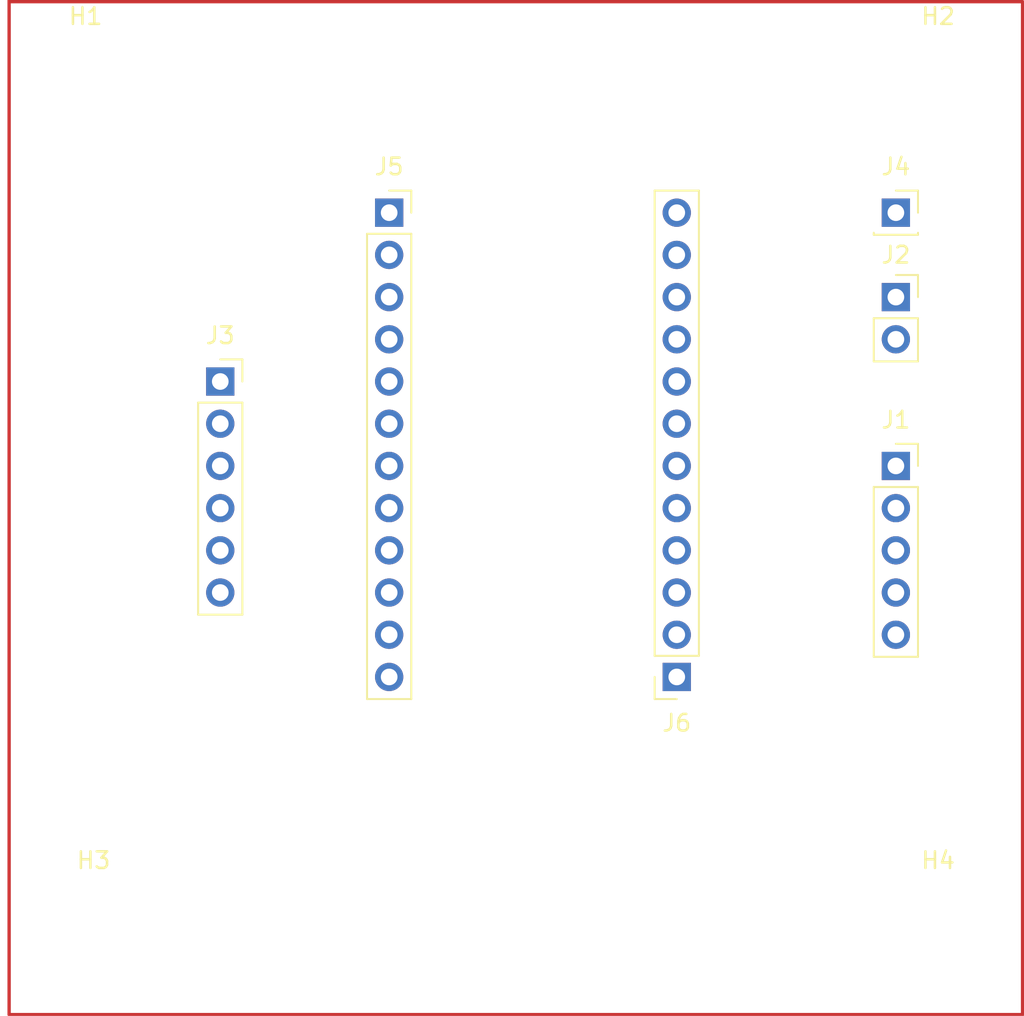
<source format=kicad_pcb>
(kicad_pcb (version 20221018) (generator pcbnew)
  (layers (0 "F.Cu" signal) (31 "B.Cu" signal) (34 "B.Paste" user) (35 "F.Paste" user) (36 "B.SilkS" user "B.Silkscreen") (37 "F.SilkS" user "F.Silkscreen") (38 "B.Mask" user) (39 "F.Mask" user) (44 "Edge.Cuts" user))
  (net 0 "")
  (net 1 "Net-(J1-Pin_1)")
  (net 2 "Net-(J1-Pin_2)")
  (net 3 "Net-(J1-Pin_3)")
  (net 4 "Net-(J1-Pin_4)")
  (net 5 "Net-(J1-Pin_5)")
  (net 6 "Net-(J2-Pin_1)")
  (net 7 "GND")
  (net 8 "Net-(J3-Pin_2)")
  (net 9 "Net-(J3-Pin_3)")
  (net 10 "Net-(J3-Pin_4)")
  (net 11 "Net-(J3-Pin_5)")
  (net 12 "Net-(J3-Pin_6)")
  (footprint "Connector_PinSocket_2.54mm:PinSocket_1x02_P2.54mm_Vertical" (layer "F.Cu") (at 99.06 63.5)
    (fp_text reference "J2" (at 0 -2.54) (layer "F.SilkS"))
    (fp_text value "Conn_01x02")
    (fp_line (start -1.33 1.27) (end -1.33 3.87) (stroke (width 0.12)) (layer "F.SilkS"))
    (fp_line (start -1.33 1.27) (end 1.33 1.27) (stroke (width 0.12)) (layer "F.SilkS"))
    (fp_line (start -1.33 3.87) (end 1.33 3.87) (stroke (width 0.12)) (layer "F.SilkS"))
    (fp_line (start 0 -1.33) (end 1.33 -1.33) (stroke (width 0.12)) (layer "F.SilkS"))
    (fp_line (start 1.33 -1.33) (end 1.33 0) (stroke (width 0.12)) (layer "F.SilkS"))
    (fp_line (start 1.33 1.27) (end 1.33 3.87) (stroke (width 0.12)) (layer "F.SilkS"))
    (pad "1" thru_hole rect (at 0 0) (size 1.7 1.7) (drill 1) (layers "*.Cu" "*.Mask") (net 6 "Net-(J2-Pin_1)"))
    (pad "2" thru_hole oval (at 0 2.54) (size 1.7 1.7) (drill 1) (layers "*.Cu" "*.Mask") (net 7 "GND"))
  )
  (footprint "Connector_PinSocket_2.54mm:PinSocket_1x01_P2.54mm_Vertical" (layer "F.Cu") (at 99.06 58.42)
    (fp_text reference "J4" (at 0 -2.77) (layer "F.SilkS"))
    (fp_text value "Conn_01x02")
    (fp_line (start -1.33 1.21) (end -1.33 1.33) (stroke (width 0.12)) (layer "F.SilkS"))
    (fp_line (start -1.33 1.33) (end 1.33 1.33) (stroke (width 0.12)) (layer "F.SilkS"))
    (fp_line (start 0 -1.33) (end 1.33 -1.33) (stroke (width 0.12)) (layer "F.SilkS"))
    (fp_line (start 1.33 -1.33) (end 1.33 0) (stroke (width 0.12)) (layer "F.SilkS"))
    (fp_line (start 1.33 1.21) (end 1.33 1.33) (stroke (width 0.12)) (layer "F.SilkS"))
    (pad "1" thru_hole rect (at 0 0) (size 1.7 1.7) (drill 1) (layers "*.Cu" "*.Mask") (net 12 "Net-(J3-Pin_6)"))
  )
  (footprint "Connector_PinSocket_2.54mm:PinSocket_1x12_P2.54mm_Vertical" (layer "F.Cu") (at 85.88 86.36 180)
    (fp_text reference "J6" (at 0 -2.77) (layer "F.SilkS"))
    (fp_text value "Conn_01x12")
    (fp_line (start -1.33 1.27) (end -1.33 29.27) (stroke (width 0.12)) (layer "F.SilkS"))
    (fp_line (start -1.33 1.27) (end 1.33 1.27) (stroke (width 0.12)) (layer "F.SilkS"))
    (fp_line (start -1.33 29.27) (end 1.33 29.27) (stroke (width 0.12)) (layer "F.SilkS"))
    (fp_line (start 0 -1.33) (end 1.33 -1.33) (stroke (width 0.12)) (layer "F.SilkS"))
    (fp_line (start 1.33 -1.33) (end 1.33 0) (stroke (width 0.12)) (layer "F.SilkS"))
    (fp_line (start 1.33 1.27) (end 1.33 29.27) (stroke (width 0.12)) (layer "F.SilkS"))
    (pad "1" thru_hole rect (at 0 0 180) (size 1.7 1.7) (drill 1) (layers "*.Cu" "*.Mask") (net 9 "Net-(J3-Pin_3)"))
    (pad "2" thru_hole oval (at 0 2.54 180) (size 1.7 1.7) (drill 1) (layers "*.Cu" "*.Mask") (net 2 "Net-(J1-Pin_2)"))
    (pad "3" thru_hole oval (at 0 5.08 180) (size 1.7 1.7) (drill 1) (layers "*.Cu" "*.Mask") (net 1 "Net-(J1-Pin_1)"))
    (pad "4" thru_hole oval (at 0 7.62 180) (size 1.7 1.7) (drill 1) (layers "*.Cu" "*.Mask") (net 3 "Net-(J1-Pin_3)"))
    (pad "5" thru_hole oval (at 0 10.16 180) (size 1.7 1.7) (drill 1) (layers "*.Cu" "*.Mask") (net 4 "Net-(J1-Pin_4)"))
    (pad "6" thru_hole oval (at 0 12.7 180) (size 1.7 1.7) (drill 1) (layers "*.Cu" "*.Mask") (net 5 "Net-(J1-Pin_5)"))
    (pad "7" thru_hole oval (at 0 15.24 180) (size 1.7 1.7) (drill 1) (layers "*.Cu" "*.Mask") (net 6 "Net-(J2-Pin_1)"))
    (pad "8" thru_hole oval (at 0 17.78 180) (size 1.7 1.7) (drill 1) (layers "*.Cu" "*.Mask") (net 8 "Net-(J3-Pin_2)"))
    (pad "9" thru_hole oval (at 0 20.32 180) (size 1.7 1.7) (drill 1) (layers "*.Cu" "*.Mask"))
    (pad "10" thru_hole oval (at 0 22.86 180) (size 1.7 1.7) (drill 1) (layers "*.Cu" "*.Mask"))
    (pad "11" thru_hole oval (at 0 25.4 180) (size 1.7 1.7) (drill 1) (layers "*.Cu" "*.Mask"))
    (pad "12" thru_hole oval (at 0 27.94 180) (size 1.7 1.7) (drill 1) (layers "*.Cu" "*.Mask"))
  )
  (footprint "MountingHole:MountingHole_3.2mm_M3" (layer "F.Cu") (at 50.32 50.8)
    (fp_text reference "H1" (at 0 -4.2) (layer "F.SilkS"))
    (fp_text value "MountingHole")
    (pad "" np_thru_hole circle (at 0 0) (size 3.2 3.2) (drill 3.2) (layers "*.Cu" "*.Mask"))
  )
  (footprint "MountingHole:MountingHole_3.2mm_M3" (layer "F.Cu") (at 101.6 101.6)
    (fp_text reference "H4" (at 0 -4.2) (layer "F.SilkS"))
    (fp_text value "MountingHole")
    (pad "" np_thru_hole circle (at 0 0) (size 3.2 3.2) (drill 3.2) (layers "*.Cu" "*.Mask"))
  )
  (footprint "MountingHole:MountingHole_3.2mm_M3" (layer "F.Cu") (at 101.6 50.8)
    (fp_text reference "H2" (at 0 -4.2) (layer "F.SilkS"))
    (fp_text value "MountingHole")
    (pad "" np_thru_hole circle (at 0 0) (size 3.2 3.2) (drill 3.2) (layers "*.Cu" "*.Mask"))
  )
  (footprint "Connector_PinSocket_2.54mm:PinSocket_1x05_P2.54mm_Vertical" (layer "F.Cu") (at 99.06 73.66)
    (fp_text reference "J1" (at 0 -2.77) (layer "F.SilkS"))
    (fp_text value "Conn_01x05")
    (fp_line (start -1.33 1.27) (end -1.33 11.49) (stroke (width 0.12)) (layer "F.SilkS"))
    (fp_line (start -1.33 1.27) (end 1.33 1.27) (stroke (width 0.12)) (layer "F.SilkS"))
    (fp_line (start -1.33 11.49) (end 1.33 11.49) (stroke (width 0.12)) (layer "F.SilkS"))
    (fp_line (start 0 -1.33) (end 1.33 -1.33) (stroke (width 0.12)) (layer "F.SilkS"))
    (fp_line (start 1.33 -1.33) (end 1.33 0) (stroke (width 0.12)) (layer "F.SilkS"))
    (fp_line (start 1.33 1.27) (end 1.33 11.49) (stroke (width 0.12)) (layer "F.SilkS"))
    (pad "1" thru_hole rect (at 0 0) (size 1.7 1.7) (drill 1) (layers "*.Cu" "*.Mask") (net 1 "Net-(J1-Pin_1)"))
    (pad "2" thru_hole oval (at 0 2.54) (size 1.7 1.7) (drill 1) (layers "*.Cu" "*.Mask") (net 2 "Net-(J1-Pin_2)"))
    (pad "3" thru_hole oval (at 0 5.08) (size 1.7 1.7) (drill 1) (layers "*.Cu" "*.Mask") (net 3 "Net-(J1-Pin_3)"))
    (pad "4" thru_hole oval (at 0 7.62) (size 1.7 1.7) (drill 1) (layers "*.Cu" "*.Mask") (net 4 "Net-(J1-Pin_4)"))
    (pad "5" thru_hole oval (at 0 10.16) (size 1.7 1.7) (drill 1) (layers "*.Cu" "*.Mask") (net 5 "Net-(J1-Pin_5)"))
  )
  (footprint "MountingHole:MountingHole_3.2mm_M3" (layer "F.Cu") (at 50.8 101.6)
    (fp_text reference "H3" (at 0 -4.2) (layer "F.SilkS"))
    (fp_text value "MountingHole")
    (pad "" np_thru_hole circle (at 0 0) (size 3.2 3.2) (drill 3.2) (layers "*.Cu" "*.Mask"))
  )
  (footprint "Connector_PinSocket_2.54mm:PinSocket_1x12_P2.54mm_Vertical" (layer "F.Cu") (at 68.58 58.42)
    (fp_text reference "J5" (at 0 -2.77) (layer "F.SilkS"))
    (fp_text value "Conn_01x12")
    (fp_line (start -1.33 1.27) (end -1.33 29.27) (stroke (width 0.12)) (layer "F.SilkS"))
    (fp_line (start -1.33 1.27) (end 1.33 1.27) (stroke (width 0.12)) (layer "F.SilkS"))
    (fp_line (start -1.33 29.27) (end 1.33 29.27) (stroke (width 0.12)) (layer "F.SilkS"))
    (fp_line (start 0 -1.33) (end 1.33 -1.33) (stroke (width 0.12)) (layer "F.SilkS"))
    (fp_line (start 1.33 -1.33) (end 1.33 0) (stroke (width 0.12)) (layer "F.SilkS"))
    (fp_line (start 1.33 1.27) (end 1.33 29.27) (stroke (width 0.12)) (layer "F.SilkS"))
    (pad "1" thru_hole rect (at 0 0) (size 1.7 1.7) (drill 1) (layers "*.Cu" "*.Mask"))
    (pad "2" thru_hole oval (at 0 2.54) (size 1.7 1.7) (drill 1) (layers "*.Cu" "*.Mask"))
    (pad "3" thru_hole oval (at 0 5.08) (size 1.7 1.7) (drill 1) (layers "*.Cu" "*.Mask") (net 7 "GND"))
    (pad "4" thru_hole oval (at 0 7.62) (size 1.7 1.7) (drill 1) (layers "*.Cu" "*.Mask") (net 7 "GND"))
    (pad "5" thru_hole oval (at 0 10.16) (size 1.7 1.7) (drill 1) (layers "*.Cu" "*.Mask"))
    (pad "6" thru_hole oval (at 0 12.7) (size 1.7 1.7) (drill 1) (layers "*.Cu" "*.Mask"))
    (pad "7" thru_hole oval (at 0 15.24) (size 1.7 1.7) (drill 1) (layers "*.Cu" "*.Mask"))
    (pad "8" thru_hole oval (at 0 17.78) (size 1.7 1.7) (drill 1) (layers "*.Cu" "*.Mask") (net 10 "Net-(J3-Pin_4)"))
    (pad "9" thru_hole oval (at 0 20.32) (size 1.7 1.7) (drill 1) (layers "*.Cu" "*.Mask") (net 11 "Net-(J3-Pin_5)"))
    (pad "10" thru_hole oval (at 0 22.86) (size 1.7 1.7) (drill 1) (layers "*.Cu" "*.Mask"))
    (pad "11" thru_hole oval (at 0 25.4) (size 1.7 1.7) (drill 1) (layers "*.Cu" "*.Mask"))
    (pad "12" thru_hole oval (at 0 27.94) (size 1.7 1.7) (drill 1) (layers "*.Cu" "*.Mask"))
  )
  (footprint "Connector_PinSocket_2.54mm:PinSocket_1x06_P2.54mm_Vertical" (layer "F.Cu") (at 58.42 68.58)
    (fp_text reference "J3" (at 0 -2.77) (layer "F.SilkS"))
    (fp_text value "Conn_01x06")
    (fp_line (start -1.33 1.27) (end -1.33 14.03) (stroke (width 0.12)) (layer "F.SilkS"))
    (fp_line (start -1.33 1.27) (end 1.33 1.27) (stroke (width 0.12)) (layer "F.SilkS"))
    (fp_line (start -1.33 14.03) (end 1.33 14.03) (stroke (width 0.12)) (layer "F.SilkS"))
    (fp_line (start 0 -1.33) (end 1.33 -1.33) (stroke (width 0.12)) (layer "F.SilkS"))
    (fp_line (start 1.33 -1.33) (end 1.33 0) (stroke (width 0.12)) (layer "F.SilkS"))
    (fp_line (start 1.33 1.27) (end 1.33 14.03) (stroke (width 0.12)) (layer "F.SilkS"))
    (pad "1" thru_hole rect (at 0 0) (size 1.7 1.7) (drill 1) (layers "*.Cu" "*.Mask") (net 7 "GND"))
    (pad "2" thru_hole oval (at 0 2.54) (size 1.7 1.7) (drill 1) (layers "*.Cu" "*.Mask") (net 8 "Net-(J3-Pin_2)"))
    (pad "3" thru_hole oval (at 0 5.08) (size 1.7 1.7) (drill 1) (layers "*.Cu" "*.Mask") (net 9 "Net-(J3-Pin_3)"))
    (pad "4" thru_hole oval (at 0 7.62) (size 1.7 1.7) (drill 1) (layers "*.Cu" "*.Mask") (net 10 "Net-(J3-Pin_4)"))
    (pad "5" thru_hole oval (at 0 10.16) (size 1.7 1.7) (drill 1) (layers "*.Cu" "*.Mask") (net 11 "Net-(J3-Pin_5)"))
    (pad "6" thru_hole oval (at 0 12.7) (size 1.7 1.7) (drill 1) (layers "*.Cu" "*.Mask") (net 12 "Net-(J3-Pin_6)"))
  )
  (gr_rect (start 45.72 45.72) (end 106.68 106.68) (stroke (width 0.2)) (fill none) (layer "F.Cu"))
)
</source>
